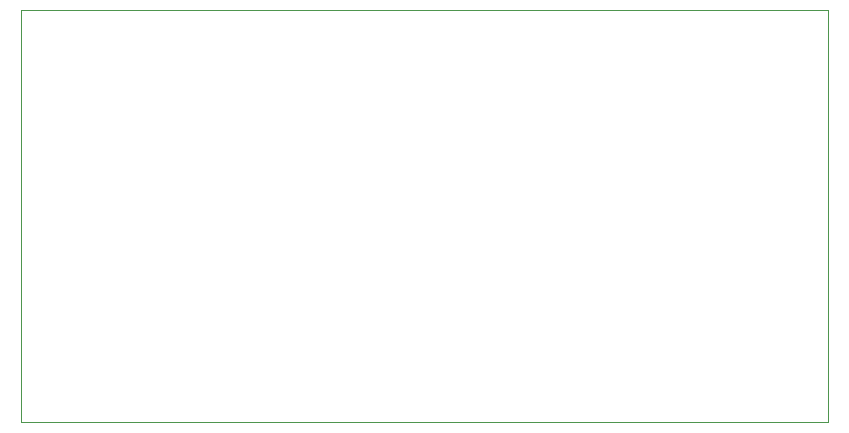
<source format=gbr>
%TF.GenerationSoftware,KiCad,Pcbnew,(5.1.5)-3*%
%TF.CreationDate,2021-01-02T17:27:58+13:00*%
%TF.ProjectId,SensorNodeCircuit,53656e73-6f72-44e6-9f64-654369726375,rev?*%
%TF.SameCoordinates,Original*%
%TF.FileFunction,Profile,NP*%
%FSLAX46Y46*%
G04 Gerber Fmt 4.6, Leading zero omitted, Abs format (unit mm)*
G04 Created by KiCad (PCBNEW (5.1.5)-3) date 2021-01-02 17:27:58*
%MOMM*%
%LPD*%
G04 APERTURE LIST*
%ADD10C,0.050000*%
G04 APERTURE END LIST*
D10*
X101600000Y-76200000D02*
X170000000Y-76200000D01*
X101600000Y-111100000D02*
X101600000Y-76200000D01*
X170000000Y-111100000D02*
X101600000Y-111100000D01*
X170000000Y-76200000D02*
X170000000Y-111100000D01*
M02*

</source>
